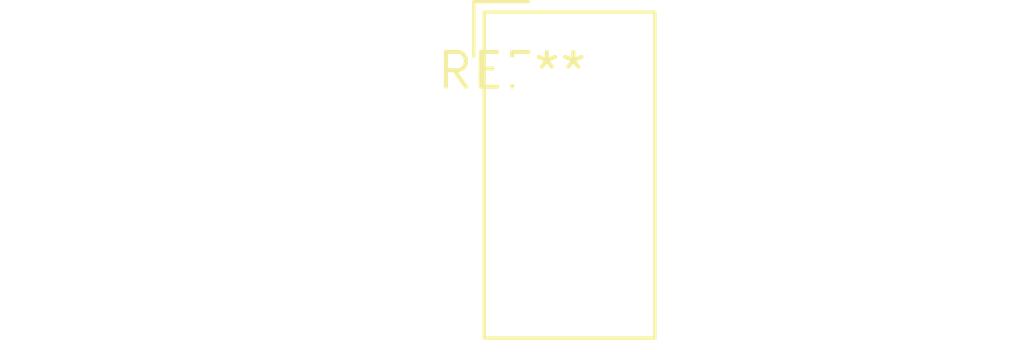
<source format=kicad_pcb>
(kicad_pcb (version 20240108) (generator pcbnew)
  (layers (0 "F.Cu" signal) (31 "B.Cu" signal) (34 "B.Paste" user) (35 "F.Paste" user) (36 "B.SilkS" user "B.Silkscreen") (37 "F.SilkS" user "F.Silkscreen") (38 "B.Mask" user) (39 "F.Mask" user) (44 "Edge.Cuts" user))
  (net 0 "")
  (footprint "Converter_DCDC_TRACO_TEA1-xxxx_THT" (layer "F.Cu") (at 0 0)
    (property "Reference" "REF**")
    (property "Value" "Converter_DCDC_TRACO_TEA1-xxxx_THT")
    (fp_line (start -1.4 -2.53) (end 0.6 -2.53) (layer "F.SilkS") (stroke (width 0.12)))
    (fp_line (start -1.4 -0.53) (end -1.4 -2.53) (layer "F.SilkS") (stroke (width 0.12)))
    (fp_line (start -1.02 -2.15) (end -1.02 9.77) (layer "F.SilkS") (stroke (width 0.12)))
    (fp_line (start -1.02 -2.15) (end 5.22 -2.15) (layer "F.SilkS") (stroke (width 0.12)))
    (fp_line (start -1.02 9.77) (end 5.22 9.77) (layer "F.SilkS") (stroke (width 0.12)))
    (fp_line (start 5.22 -2.15) (end 5.22 9.77) (layer "F.SilkS") (stroke (width 0.12)))
    (pad "1" thru_hole rect (at 0 0) (size 1.5 1.5) (drill 1) (layers *.Cu *.Mask) (remove_unused_layers))
    (pad "2" thru_hole circle (at 0 2.54) (size 1.5 1.5) (drill 1) (layers *.Cu *.Mask) (remove_unused_layers))
    (pad "3" thru_hole circle (at 0 5.08) (size 1.5 1.5) (drill 1) (layers *.Cu *.Mask) (remove_unused_layers))
    (pad "4" thru_hole circle (at 0 7.62) (size 1.5 1.5) (drill 1) (layers *.Cu *.Mask) (remove_unused_layers))
  )
)
</source>
